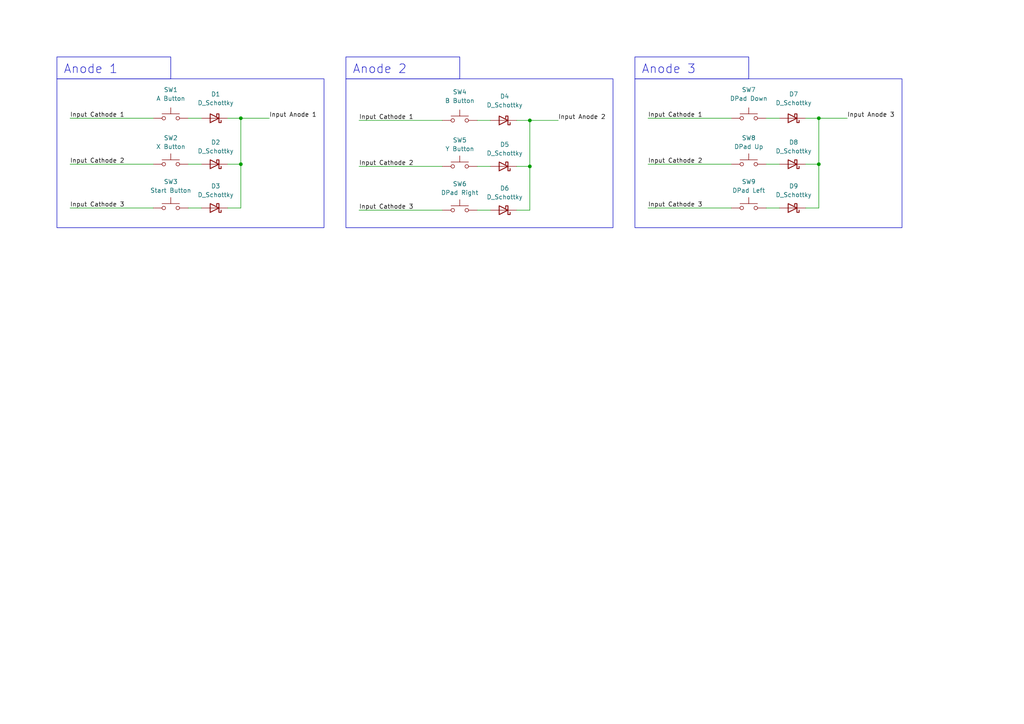
<source format=kicad_sch>
(kicad_sch (version 20230121) (generator eeschema)
  (paper "A4")
  (lib_symbols
    (symbol "Device:D_Schottky" (pin_numbers hide) (pin_names (offset 1.016) hide)
      (property "Reference" "D" (at 0 2.54 0))
      (property "Value" "D_Schottky" (at 0 -2.54 0))
      (symbol "D_Schottky_0_1"
        (polyline (pts (xy 1.27 0) (xy -1.27 0)))
        (polyline (pts (xy 1.27 1.27) (xy 1.27 -1.27) (xy -1.27 0) (xy 1.27 1.27)) (stroke (width 0.254)))
        (polyline (pts (xy -1.905 0.635) (xy -1.905 1.27) (xy -1.27 1.27) (xy -1.27 -1.27) (xy -0.635 -1.27) (xy -0.635 -0.635)) (stroke (width 0.254)))
      )
      (symbol "D_Schottky_1_1"
        (pin passive line (at -3.81 0 0) (length 2.54) (name "K") (number "1"))
        (pin passive line (at 3.81 0 180) (length 2.54) (name "A") (number "2"))
      )
    )
    (symbol "Switch:SW_Push" (pin_numbers hide) (pin_names (offset 1.016) hide)
      (property "Reference" "SW" (at 1.27 2.54 0))
      (property "Value" "SW_Push" (at 0 -1.524 0))
      (symbol "SW_Push_0_1"
        (circle (center -2.032 0) (radius 0.508))
        (polyline (pts (xy 0 1.27) (xy 0 3.048)))
        (polyline (pts (xy 2.54 1.27) (xy -2.54 1.27)))
        (circle (center 2.032 0) (radius 0.508))
        (pin passive line (at -5.08 0 0) (length 2.54) (name "1") (number "1"))
        (pin passive line (at 5.08 0 180) (length 2.54) (name "2") (number "2"))
      )
    )
  )
  (junction (at 153.67 34.925))
  (junction (at 153.67 48.26))
  (junction (at 237.49 47.625))
  (junction (at 69.85 47.625))
  (junction (at 69.85 34.29))
  (junction (at 237.49 34.29))
  (wire (pts (xy 153.67 60.96) (xy 149.86 60.96)))
  (wire (pts (xy 69.85 60.325) (xy 66.04 60.325)))
  (wire (pts (xy 69.85 34.29) (xy 69.85 47.625)))
  (wire (pts (xy 66.04 34.29) (xy 69.85 34.29)))
  (wire (pts (xy 20.32 60.325) (xy 44.45 60.325)))
  (wire (pts (xy 187.96 47.625) (xy 212.09 47.625)))
  (wire (pts (xy 222.25 34.29) (xy 226.06 34.29)))
  (wire (pts (xy 54.61 60.325) (xy 58.42 60.325)))
  (wire (pts (xy 161.925 34.925) (xy 153.67 34.925)))
  (wire (pts (xy 20.32 47.625) (xy 44.45 47.625)))
  (wire (pts (xy 78.105 34.29) (xy 69.85 34.29)))
  (wire (pts (xy 138.43 34.925) (xy 142.24 34.925)))
  (wire (pts (xy 233.68 34.29) (xy 237.49 34.29)))
  (wire (pts (xy 54.61 47.625) (xy 58.42 47.625)))
  (wire (pts (xy 187.96 34.29) (xy 212.09 34.29)))
  (wire (pts (xy 222.25 60.325) (xy 226.06 60.325)))
  (wire (pts (xy 104.14 60.96) (xy 128.27 60.96)))
  (wire (pts (xy 149.86 48.26) (xy 153.67 48.26)))
  (wire (pts (xy 153.67 48.26) (xy 153.67 60.96)))
  (wire (pts (xy 153.67 34.925) (xy 153.67 48.26)))
  (wire (pts (xy 104.14 34.925) (xy 128.27 34.925)))
  (wire (pts (xy 104.14 48.26) (xy 128.27 48.26)))
  (wire (pts (xy 237.49 60.325) (xy 233.68 60.325)))
  (wire (pts (xy 237.49 34.29) (xy 237.49 47.625)))
  (wire (pts (xy 237.49 47.625) (xy 237.49 60.325)))
  (wire (pts (xy 138.43 60.96) (xy 142.24 60.96)))
  (wire (pts (xy 187.96 60.325) (xy 212.09 60.325)))
  (wire (pts (xy 149.86 34.925) (xy 153.67 34.925)))
  (wire (pts (xy 66.04 47.625) (xy 69.85 47.625)))
  (wire (pts (xy 20.32 34.29) (xy 44.45 34.29)))
  (wire (pts (xy 245.745 34.29) (xy 237.49 34.29)))
  (wire (pts (xy 222.25 47.625) (xy 226.06 47.625)))
  (wire (pts (xy 54.61 34.29) (xy 58.42 34.29)))
  (wire (pts (xy 233.68 47.625) (xy 237.49 47.625)))
  (wire (pts (xy 69.85 47.625) (xy 69.85 60.325)))
  (wire (pts (xy 138.43 48.26) (xy 142.24 48.26)))
  (rectangle (start 16.51 22.86) (end 93.98 66.04))
  (rectangle (start 184.15 22.86) (end 261.62 66.04))
  (rectangle (start 100.33 22.86) (end 177.8 66.04))
  (text_box "Anode 3" (at 184.15 16.51 0) (size 33.02 6.35) (effects (font (size 2.54 2.54)) (justify left top)))
  (text_box "Anode 2" (at 100.33 16.51 0) (size 33.02 6.35) (effects (font (size 2.54 2.54)) (justify left top)))
  (text_box "Anode 1" (at 16.51 16.51 0) (size 33.02 6.35) (effects (font (size 2.54 2.54)) (justify left top)))
  (label "Input Cathode 1" (at 20.32 34.29 0))
  (label "Input Cathode 1" (at 187.96 34.29 0))
  (label "Input Cathode 2" (at 20.32 47.625 0))
  (label "Input Cathode 1" (at 104.14 34.925 0))
  (label "Input Cathode 3" (at 20.32 60.325 0))
  (label "Input Anode 2" (at 161.925 34.925 0))
  (label "Input Anode 3" (at 245.745 34.29 0))
  (label "Input Cathode 3" (at 104.14 60.96 0))
  (label "Input Cathode 3" (at 187.96 60.325 0))
  (label "Input Anode 1" (at 78.105 34.29 0))
  (label "Input Cathode 2" (at 104.14 48.26 0))
  (label "Input Cathode 2" (at 187.96 47.625 0))
  (symbol (lib_id "Device:D_Schottky") (at 229.87 47.625 180) (unit 1)
    (property "Reference" "D8" (at 230.1875 41.275 0))
    (property "Value" "D_Schottky" (at 230.1875 43.815 0))
    (property "Footprint" "Diode_THT:D_A-405_P10.16mm_Horizontal" (effects hide))
    (instances (project "PICOnsole" (path "" (reference "D8") (unit 1)) (path "" (reference "D17") (unit 1))))
  )
  (symbol (lib_id "Device:D_Schottky") (at 229.87 34.29 180) (unit 1)
    (property "Reference" "D7" (at 230.1875 27.305 0))
    (property "Value" "D_Schottky" (at 230.1875 29.845 0))
    (property "Footprint" "Diode_THT:D_A-405_P10.16mm_Horizontal" (effects hide))
    (instances (project "PICOnsole" (path "" (reference "D7") (unit 1)) (path "" (reference "D16") (unit 1))))
  )
  (symbol (lib_id "Device:D_Schottky") (at 62.23 47.625 180) (unit 1)
    (property "Reference" "D2" (at 62.5475 41.275 0))
    (property "Value" "D_Schottky" (at 62.5475 43.815 0))
    (property "Footprint" "Diode_THT:D_A-405_P10.16mm_Horizontal" (effects hide))
    (instances (project "PICOnsole" (path "" (reference "D2") (unit 1)) (path "" (reference "D11") (unit 1))))
  )
  (symbol (lib_id "Switch:SW_Push") (at 217.17 34.29 0) (unit 1)
    (property "Reference" "SW7" (at 217.17 26.035 0))
    (property "Value" "DPad Down" (at 217.17 28.575 0))
    (property "Footprint" "Button_Switch_THT:SW_PUSH-12mm" (effects hide))
    (instances (project "PICOnsole" (path "" (reference "SW7") (unit 1)) (path "" (reference "SW18") (unit 1))))
  )
  (symbol (lib_id "Switch:SW_Push") (at 133.35 48.26 0) (unit 1)
    (property "Reference" "SW5" (at 133.35 40.64 0))
    (property "Value" "Y Button" (at 133.35 43.18 0))
    (property "Footprint" "Button_Switch_THT:SW_PUSH-12mm" (effects hide))
    (instances (project "PICOnsole" (path "" (reference "SW5") (unit 1)) (path "" (reference "SW16") (unit 1))))
  )
  (symbol (lib_id "Switch:SW_Push") (at 133.35 60.96 0) (unit 1)
    (property "Reference" "SW6" (at 133.35 53.34 0))
    (property "Value" "DPad Right" (at 133.35 55.88 0))
    (property "Footprint" "Button_Switch_THT:SW_PUSH-12mm" (effects hide))
    (instances (project "PICOnsole" (path "" (reference "SW6") (unit 1)) (path "" (reference "SW17") (unit 1))))
  )
  (symbol (lib_id "Device:D_Schottky") (at 62.23 60.325 180) (unit 1)
    (property "Reference" "D3" (at 62.5475 53.975 0))
    (property "Value" "D_Schottky" (at 62.5475 56.515 0))
    (property "Footprint" "Diode_THT:D_A-405_P10.16mm_Horizontal" (effects hide))
    (instances (project "PICOnsole" (path "" (reference "D3") (unit 1)) (path "" (reference "D12") (unit 1))))
  )
  (symbol (lib_id "Switch:SW_Push") (at 49.53 60.325 0) (unit 1)
    (property "Reference" "SW3" (at 49.53 52.705 0))
    (property "Value" "Start Button" (at 49.53 55.245 0))
    (property "Footprint" "Button_Switch_THT:SW_PUSH_6mm" (effects hide))
    (instances (project "PICOnsole" (path "" (reference "SW3") (unit 1)) (path "" (reference "SW14") (unit 1))))
  )
  (symbol (lib_id "Device:D_Schottky") (at 146.05 34.925 180) (unit 1)
    (property "Reference" "D4" (at 146.3675 27.94 0))
    (property "Value" "D_Schottky" (at 146.3675 30.48 0))
    (property "Footprint" "Diode_THT:D_A-405_P10.16mm_Horizontal" (effects hide))
    (instances (project "PICOnsole" (path "" (reference "D4") (unit 1)) (path "" (reference "D13") (unit 1))))
  )
  (symbol (lib_id "Device:D_Schottky") (at 62.23 34.29 180) (unit 1)
    (property "Reference" "D1" (at 62.5475 27.305 0))
    (property "Value" "D_Schottky" (at 62.5475 29.845 0))
    (property "Footprint" "Diode_THT:D_A-405_P10.16mm_Horizontal" (effects hide))
    (instances (project "PICOnsole" (path "" (reference "D1") (unit 1)) (path "" (reference "D10") (unit 1))))
  )
  (symbol (lib_id "Device:D_Schottky") (at 229.87 60.325 180) (unit 1)
    (property "Reference" "D9" (at 230.1875 53.975 0))
    (property "Value" "D_Schottky" (at 230.1875 56.515 0))
    (property "Footprint" "Diode_THT:D_A-405_P10.16mm_Horizontal" (effects hide))
    (instances (project "PICOnsole" (path "" (reference "D9") (unit 1)) (path "" (reference "D18") (unit 1))))
  )
  (symbol (lib_id "Switch:SW_Push") (at 49.53 34.29 0) (unit 1)
    (property "Reference" "SW1" (at 49.53 26.035 0))
    (property "Value" "A Button" (at 49.53 28.575 0))
    (property "Footprint" "Button_Switch_THT:SW_PUSH-12mm" (effects hide))
    (instances (project "PICOnsole" (path "" (reference "SW1") (unit 1)) (path "" (reference "SW12") (unit 1))))
  )
  (symbol (lib_id "Switch:SW_Push") (at 217.17 47.625 0) (unit 1)
    (property "Reference" "SW8" (at 217.17 40.005 0))
    (property "Value" "DPad Up" (at 217.17 42.545 0))
    (property "Footprint" "Button_Switch_THT:SW_PUSH-12mm" (effects hide))
    (instances (project "PICOnsole" (path "" (reference "SW8") (unit 1)) (path "" (reference "SW19") (unit 1))))
  )
  (symbol (lib_id "Device:D_Schottky") (at 146.05 60.96 180) (unit 1)
    (property "Reference" "D6" (at 146.3675 54.61 0))
    (property "Value" "D_Schottky" (at 146.3675 57.15 0))
    (property "Footprint" "Diode_THT:D_A-405_P10.16mm_Horizontal" (effects hide))
    (instances (project "PICOnsole" (path "" (reference "D6") (unit 1)) (path "" (reference "D15") (unit 1))))
  )
  (symbol (lib_id "Switch:SW_Push") (at 49.53 47.625 0) (unit 1)
    (property "Reference" "SW2" (at 49.53 40.005 0))
    (property "Value" "X Button" (at 49.53 42.545 0))
    (property "Footprint" "Button_Switch_THT:SW_PUSH-12mm" (effects hide))
    (instances (project "PICOnsole" (path "" (reference "SW2") (unit 1)) (path "" (reference "SW13") (unit 1))))
  )
  (symbol (lib_id "Switch:SW_Push") (at 217.17 60.325 0) (unit 1)
    (property "Reference" "SW9" (at 217.17 52.705 0))
    (property "Value" "DPad Left" (at 217.17 55.245 0))
    (property "Footprint" "Button_Switch_THT:SW_PUSH-12mm" (effects hide))
    (instances (project "PICOnsole" (path "" (reference "SW9") (unit 1)) (path "" (reference "SW20") (unit 1))))
  )
  (symbol (lib_id "Switch:SW_Push") (at 133.35 34.925 0) (unit 1)
    (property "Reference" "SW4" (at 133.35 26.67 0))
    (property "Value" "B Button" (at 133.35 29.21 0))
    (property "Footprint" "Button_Switch_THT:SW_PUSH-12mm" (effects hide))
    (instances (project "PICOnsole" (path "" (reference "SW4") (unit 1)) (path "" (reference "SW15") (unit 1))))
  )
  (symbol (lib_id "Device:D_Schottky") (at 146.05 48.26 180) (unit 1)
    (property "Reference" "D5" (at 146.3675 41.91 0))
    (property "Value" "D_Schottky" (at 146.3675 44.45 0))
    (property "Footprint" "Diode_THT:D_A-405_P10.16mm_Horizontal" (effects hide))
    (instances (project "PICOnsole" (path "" (reference "D5") (unit 1)) (path "" (reference "D14") (unit 1))))
  )
)
</source>
